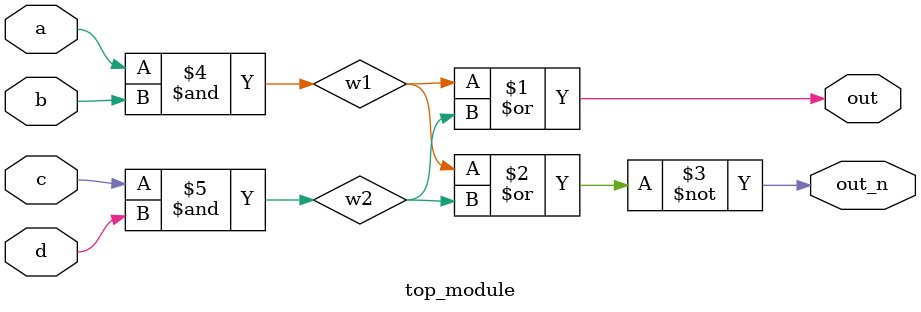
<source format=v>
module top_module(    input a,    input b,    input c,    input d,    output out,    output out_n   ); 

    wire w1;
    wire w2;
    assign out=w1|w2;
    assign out_n=~(w1|w2);
    assign w1=a&b;
    assign w2=c&d;
    
endmodule

</source>
